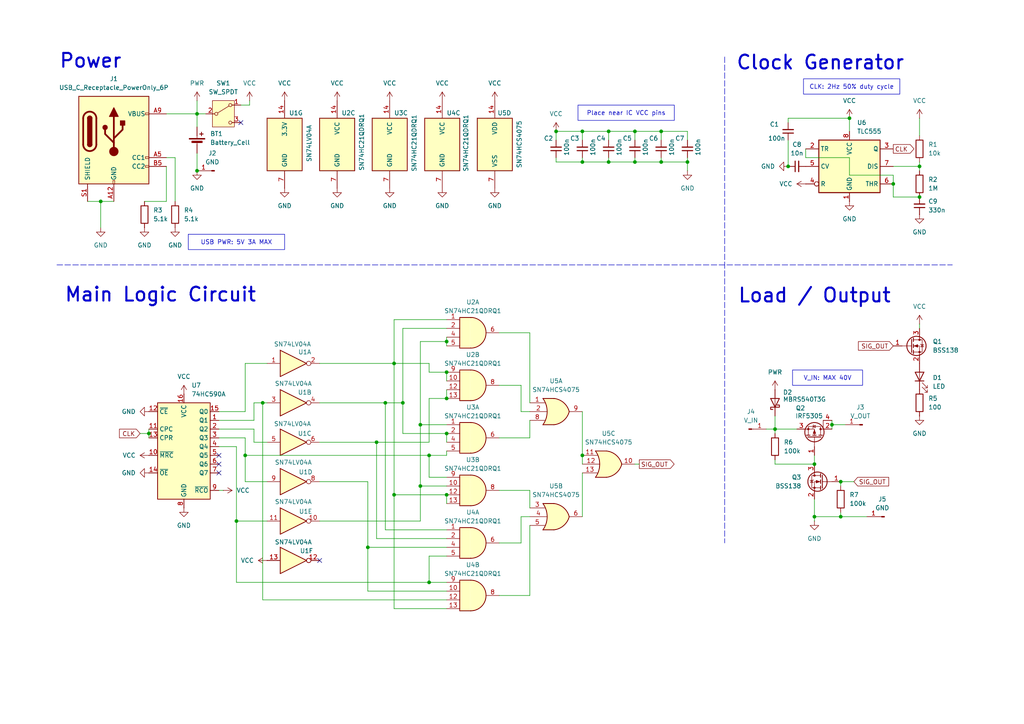
<source format=kicad_sch>
(kicad_sch (version 20231120) (generator "eeschema") (generator_version "8.0")
  (paper "A4")
  (title_block (title "SOS business card") (date "2024-05-12") (rev "A") (company "Martynas J."))
  (lib_symbols
    (symbol "4xxx:4075" (pin_names (offset 1.016))
      (property "Reference" "U" (at 0 1.27 0))
      (property "Value" "4075" (at 0 -1.27 0))
      (symbol "4075_1_1"
        (pin input line (at -7.62 2.54 0) (length 4.318) (name "~") (number "1"))
        (pin input line (at -7.62 0 0) (length 4.953) (name "~") (number "2"))
        (pin input line (at -7.62 -2.54 0) (length 4.318) (name "~") (number "8"))
        (pin output line (at 7.62 0 180) (length 3.81) (name "~") (number "9"))
      )
      (symbol "4075_1_2"
        (pin input inverted (at -7.62 2.54 0) (length 3.81) (name "~") (number "1"))
        (pin input inverted (at -7.62 0 0) (length 3.81) (name "~") (number "2"))
        (pin input inverted (at -7.62 -2.54 0) (length 3.81) (name "~") (number "8"))
        (pin output inverted (at 7.62 0 180) (length 3.81) (name "~") (number "9"))
      )
      (symbol "4075_2_1"
        (pin input line (at -7.62 2.54 0) (length 4.318) (name "~") (number "3"))
        (pin input line (at -7.62 0 0) (length 4.953) (name "~") (number "4"))
        (pin input line (at -7.62 -2.54 0) (length 4.318) (name "~") (number "5"))
        (pin output line (at 7.62 0 180) (length 3.81) (name "~") (number "6"))
      )
      (symbol "4075_2_2"
        (pin input inverted (at -7.62 2.54 0) (length 3.81) (name "~") (number "3"))
        (pin input inverted (at -7.62 0 0) (length 3.81) (name "~") (number "4"))
        (pin input inverted (at -7.62 -2.54 0) (length 3.81) (name "~") (number "5"))
        (pin output inverted (at 7.62 0 180) (length 3.81) (name "~") (number "6"))
      )
      (symbol "4075_3_1"
        (pin output line (at 7.62 0 180) (length 3.81) (name "~") (number "10"))
        (pin input line (at -7.62 2.54 0) (length 4.318) (name "~") (number "11"))
        (pin input line (at -7.62 0 0) (length 4.953) (name "~") (number "12"))
        (pin input line (at -7.62 -2.54 0) (length 4.318) (name "~") (number "13"))
      )
      (symbol "4075_3_2"
        (pin output inverted (at 7.62 0 180) (length 3.81) (name "~") (number "10"))
        (pin input inverted (at -7.62 2.54 0) (length 3.81) (name "~") (number "11"))
        (pin input inverted (at -7.62 0 0) (length 3.81) (name "~") (number "12"))
        (pin input inverted (at -7.62 -2.54 0) (length 3.81) (name "~") (number "13"))
      )
      (symbol "4075_4_0"
        (pin power_in line (at 0 12.7 270) (length 5.08) (name "VDD") (number "14"))
        (pin power_in line (at 0 -12.7 90) (length 5.08) (name "VSS") (number "7"))
      )
    )
    (symbol "74xx:74HC590A"
      (property "Reference" "U" (at -7.62 16.51 0))
      (property "Value" "74HC590A" (at -7.62 -13.97 0))
      (symbol "74HC590A_1_0"
        (pin tri_state line (at 10.16 10.16 180) (length 2.54) (name "Q1") (number "1"))
        (pin input line (at -10.16 0 0) (length 2.54) (name "~{MRC}") (number "10"))
        (pin input line (at -10.16 7.62 0) (length 2.54) (name "CPC") (number "11"))
        (pin input line (at -10.16 12.7 0) (length 2.54) (name "~{CE}") (number "12"))
        (pin input line (at -10.16 5.08 0) (length 2.54) (name "CPR") (number "13"))
        (pin input line (at -10.16 -5.08 0) (length 2.54) (name "~{OE}") (number "14"))
        (pin tri_state line (at 10.16 12.7 180) (length 2.54) (name "Q0") (number "15"))
        (pin power_in line (at 0 17.78 270) (length 2.54) (name "VCC") (number "16"))
        (pin tri_state line (at 10.16 7.62 180) (length 2.54) (name "Q2") (number "2"))
        (pin tri_state line (at 10.16 5.08 180) (length 2.54) (name "Q3") (number "3"))
        (pin tri_state line (at 10.16 2.54 180) (length 2.54) (name "Q4") (number "4"))
        (pin tri_state line (at 10.16 0 180) (length 2.54) (name "Q5") (number "5"))
        (pin tri_state line (at 10.16 -2.54 180) (length 2.54) (name "Q6") (number "6"))
        (pin tri_state line (at 10.16 -5.08 180) (length 2.54) (name "Q7") (number "7"))
        (pin power_in line (at 0 -15.24 90) (length 2.54) (name "GND") (number "8"))
        (pin output line (at 10.16 -10.16 180) (length 2.54) (name "~{RCO}") (number "9"))
      )
    )
    (symbol "74xx:74LS21" (pin_names (offset 1.016))
      (property "Reference" "U" (at 0 1.27 0))
      (property "Value" "74LS21" (at 0 -1.27 0))
      (symbol "74LS21_1_1"
        (pin input line (at -7.62 3.81 0) (length 3.81) (name "~") (number "1"))
        (pin input line (at -7.62 1.27 0) (length 3.81) (name "~") (number "2"))
        (pin input line (at -7.62 -1.27 0) (length 3.81) (name "~") (number "4"))
        (pin input line (at -7.62 -3.81 0) (length 3.81) (name "~") (number "5"))
        (pin output line (at 7.62 0 180) (length 3.81) (name "~") (number "6"))
      )
      (symbol "74LS21_1_2"
        (pin input inverted (at -7.62 3.81 0) (length 3.81) (name "~") (number "1"))
        (pin input inverted (at -7.62 1.27 0) (length 4.826) (name "~") (number "2"))
        (pin input inverted (at -7.62 -1.27 0) (length 4.826) (name "~") (number "4"))
        (pin input inverted (at -7.62 -3.81 0) (length 3.81) (name "~") (number "5"))
        (pin output inverted (at 7.62 0 180) (length 3.81) (name "~") (number "6"))
      )
      (symbol "74LS21_2_1"
        (pin input line (at -7.62 1.27 0) (length 3.81) (name "~") (number "10"))
        (pin input line (at -7.62 -1.27 0) (length 3.81) (name "~") (number "12"))
        (pin input line (at -7.62 -3.81 0) (length 3.81) (name "~") (number "13"))
        (pin output line (at 7.62 0 180) (length 3.81) (name "~") (number "8"))
        (pin input line (at -7.62 3.81 0) (length 3.81) (name "~") (number "9"))
      )
      (symbol "74LS21_2_2"
        (pin input inverted (at -7.62 1.27 0) (length 4.826) (name "~") (number "10"))
        (pin input inverted (at -7.62 -1.27 0) (length 4.826) (name "~") (number "12"))
        (pin input inverted (at -7.62 -3.81 0) (length 3.81) (name "~") (number "13"))
        (pin output inverted (at 7.62 0 180) (length 3.81) (name "~") (number "8"))
        (pin input inverted (at -7.62 3.81 0) (length 3.81) (name "~") (number "9"))
      )
      (symbol "74LS21_3_0"
        (pin power_in line (at 0 12.7 270) (length 5.08) (name "VCC") (number "14"))
        (pin power_in line (at 0 -12.7 90) (length 5.08) (name "GND") (number "7"))
      )
    )
    (symbol "74xx:74LV14" (pin_names (offset 1.016))
      (property "Reference" "U" (at 0 1.27 0))
      (property "Value" "74LV14" (at 0 -1.27 0))
      (symbol "74LV14_1_0"
        (pin input line (at -7.62 0 0) (length 3.81) (name "~") (number "1"))
        (pin output inverted (at 7.62 0 180) (length 3.81) (name "~") (number "2"))
      )
      (symbol "74LV14_2_0"
        (pin input line (at -7.62 0 0) (length 3.81) (name "~") (number "3"))
        (pin output inverted (at 7.62 0 180) (length 3.81) (name "~") (number "4"))
      )
      (symbol "74LV14_3_0"
        (pin input line (at -7.62 0 0) (length 3.81) (name "~") (number "5"))
        (pin output inverted (at 7.62 0 180) (length 3.81) (name "~") (number "6"))
      )
      (symbol "74LV14_4_0"
        (pin output inverted (at 7.62 0 180) (length 3.81) (name "~") (number "8"))
        (pin input line (at -7.62 0 0) (length 3.81) (name "~") (number "9"))
      )
      (symbol "74LV14_5_0"
        (pin output inverted (at 7.62 0 180) (length 3.81) (name "~") (number "10"))
        (pin input line (at -7.62 0 0) (length 3.81) (name "~") (number "11"))
      )
      (symbol "74LV14_6_0"
        (pin output inverted (at 7.62 0 180) (length 3.81) (name "~") (number "12"))
        (pin input line (at -7.62 0 0) (length 3.81) (name "~") (number "13"))
      )
      (symbol "74LV14_7_0"
        (pin power_in line (at 0 12.7 270) (length 5.08) (name "3.3V") (number "14"))
        (pin power_in line (at 0 -12.7 90) (length 5.08) (name "GND") (number "7"))
      )
    )
    (symbol "Connector:Conn_01x01_Pin" (pin_names (offset 1.016) hide)
      (property "Reference" "J" (at 0 2.54 0))
      (property "Value" "Conn_01x01_Pin" (at 0 -2.54 0))
      (symbol "Conn_01x01_Pin_1_1"
        (pin passive line (at 5.08 0 180) (length 3.81) (name "Pin_1") (number "1"))
      )
    )
    (symbol "Connector:USB_C_Receptacle_PowerOnly_6P" (pin_names (offset 1.016))
      (property "Reference" "J" (at 0 16.51 0))
      (property "Value" "USB_C_Receptacle_PowerOnly_6P" (at 0 13.97 0))
      (symbol "USB_C_Receptacle_PowerOnly_6P_1_1"
        (pin passive line (at 0 -17.78 90) (length 5.08) (name "GND") (number "A12"))
        (pin bidirectional line (at 15.24 -5.08 180) (length 5.08) (name "CC1") (number "A5"))
        (pin passive line (at 15.24 7.62 180) (length 5.08) (name "VBUS") (number "A9"))
        (pin passive line (at 0 -17.78 90) (length 5.08) hide (name "GND") (number "B12"))
        (pin bidirectional line (at 15.24 -7.62 180) (length 5.08) (name "CC2") (number "B5"))
        (pin passive line (at 15.24 7.62 180) (length 5.08) hide (name "VBUS") (number "B9"))
        (pin passive line (at -7.62 -17.78 90) (length 5.08) (name "SHIELD") (number "S1"))
      )
    )
    (symbol "Device:Battery_Cell" (pin_numbers hide) (pin_names (offset 0) hide)
      (property "Reference" "BT" (at 2.54 2.54 0))
      (property "Value" "Battery_Cell" (at 2.54 0 0))
      (symbol "Battery_Cell_1_1"
        (pin passive line (at 0 5.08 270) (length 2.54) (name "+") (number "1"))
        (pin passive line (at 0 -2.54 90) (length 2.54) (name "-") (number "2"))
      )
    )
    (symbol "Device:C_Small" (pin_numbers hide) (pin_names (offset 0.254) hide)
      (property "Reference" "C" (at 0.254 1.778 0))
      (property "Value" "C_Small" (at 0.254 -2.032 0))
      (symbol "C_Small_1_1"
        (pin passive line (at 0 2.54 270) (length 2.032) (name "~") (number "1"))
        (pin passive line (at 0 -2.54 90) (length 2.032) (name "~") (number "2"))
      )
    )
    (symbol "Device:LED" (pin_numbers hide) (pin_names (offset 1.016) hide)
      (property "Reference" "D" (at 0 2.54 0))
      (property "Value" "LED" (at 0 -2.54 0))
      (symbol "LED_1_1"
        (pin passive line (at -3.81 0 0) (length 2.54) (name "K") (number "1"))
        (pin passive line (at 3.81 0 180) (length 2.54) (name "A") (number "2"))
      )
    )
    (symbol "Device:Q_PMOS_GDSD" (pin_names (offset 0) hide)
      (property "Reference" "Q" (at 5.08 1.27 0))
      (property "Value" "Q_PMOS_GDSD" (at 5.08 -1.27 0))
      (symbol "Q_PMOS_GDSD_1_1"
        (pin input line (at -5.08 0 0) (length 2.54) (name "G") (number "1"))
        (pin passive line (at 2.54 5.08 270) (length 2.54) (name "D") (number "2"))
        (pin passive line (at 2.54 -5.08 90) (length 2.54) (name "S") (number "3"))
        (pin passive line (at 5.08 5.08 270) (length 2.54) (name "D") (number "4"))
      )
    )
    (symbol "Device:R" (pin_numbers hide) (pin_names (offset 0))
      (property "Reference" "R" (at 2.032 0 90))
      (property "Value" "R" (at 0 0 90))
      (symbol "R_1_1"
        (pin passive line (at 0 3.81 270) (length 1.27) (name "~") (number "1"))
        (pin passive line (at 0 -3.81 90) (length 1.27) (name "~") (number "2"))
      )
    )
    (symbol "Diode:MBRA340" (pin_numbers hide) (pin_names hide)
      (property "Reference" "D" (at 0 2.54 0))
      (property "Value" "MBRA340" (at 0 -2.54 0))
      (symbol "MBRA340_1_1"
        (pin passive line (at -3.81 0 0) (length 2.54) (name "K") (number "1"))
        (pin passive line (at 3.81 0 180) (length 2.54) (name "A") (number "2"))
      )
    )
    (symbol "Switch:SW_SPDT" (pin_names (offset 0) hide)
      (property "Reference" "SW" (at 0 5.08 0))
      (property "Value" "SW_SPDT" (at 0 -5.08 0))
      (symbol "SW_SPDT_1_1"
        (pin passive line (at 5.08 2.54 180) (length 2.54) (name "A") (number "1"))
        (pin passive line (at -5.08 0 0) (length 2.54) (name "B") (number "2"))
        (pin passive line (at 5.08 -2.54 180) (length 2.54) (name "C") (number "3"))
      )
    )
    (symbol "Timer:TLC555xD"
      (property "Reference" "U" (at -10.16 8.89 0))
      (property "Value" "TLC555xD" (at 2.54 8.89 0))
      (symbol "TLC555xD_0_0"
        (pin power_in line (at 0 -10.16 90) (length 2.54) (name "GND") (number "1"))
        (pin power_in line (at 0 10.16 270) (length 2.54) (name "VCC") (number "8"))
      )
      (symbol "TLC555xD_1_1"
        (pin input line (at -12.7 5.08 0) (length 3.81) (name "TR") (number "2"))
        (pin output line (at 12.7 5.08 180) (length 3.81) (name "Q") (number "3"))
        (pin input inverted (at -12.7 -5.08 0) (length 3.81) (name "R") (number "4"))
        (pin input line (at -12.7 0 0) (length 3.81) (name "CV") (number "5"))
        (pin input line (at 12.7 -5.08 180) (length 3.81) (name "THR") (number "6"))
        (pin input line (at 12.7 0 180) (length 3.81) (name "DIS") (number "7"))
      )
    )
    (symbol "Transistor_FET:BSS138" (pin_names hide)
      (property "Reference" "Q" (at 5.08 1.905 0))
      (property "Value" "BSS138" (at 5.08 0 0))
      (symbol "BSS138_1_1"
        (pin input line (at -5.08 0 0) (length 2.54) (name "G") (number "1"))
        (pin passive line (at 2.54 -5.08 90) (length 2.54) (name "S") (number "2"))
        (pin passive line (at 2.54 5.08 270) (length 2.54) (name "D") (number "3"))
      )
    )
    (symbol "power:GND" (power) (pin_numbers hide) (pin_names (offset 0) hide)
      (property "Value" "GND" (at 0 -3.81 0))
      (symbol "GND_1_1"
        (pin power_in line (at 0 0 270) (length 0) (name "~") (number "1"))
      )
    )
    (symbol "power:VCC" (power) (pin_numbers hide) (pin_names (offset 0) hide)
      (property "Value" "VCC" (at 0 3.556 0))
      (symbol "VCC_1_1"
        (pin power_in line (at 0 0 90) (length 0) (name "~") (number "1"))
      )
    )
  )
  (junction (at 184.15 46.99))
  (junction (at 129.54 125.73))
  (junction (at 191.77 46.99))
  (junction (at 224.79 124.46))
  (junction (at 121.92 140.97))
  (junction (at 129.54 143.51))
  (junction (at 184.15 38.1))
  (junction (at 109.22 128.27))
  (junction (at 266.7 48.26))
  (junction (at 168.91 46.99))
  (junction (at 124.46 168.91))
  (junction (at 114.3 105.41))
  (junction (at 236.22 149.86))
  (junction (at 168.91 132.08))
  (junction (at 76.2 116.84))
  (junction (at 228.6 48.26))
  (junction (at 57.15 33.02))
  (junction (at 124.46 132.08))
  (junction (at 114.3 143.51))
  (junction (at 191.77 38.1))
  (junction (at 43.18 125.73))
  (junction (at 129.54 115.57))
  (junction (at 243.84 149.86))
  (junction (at 241.3 123.19))
  (junction (at 199.39 46.99))
  (junction (at 176.53 46.99))
  (junction (at 129.54 99.06))
  (junction (at 116.84 116.84))
  (junction (at 266.7 57.15))
  (junction (at 161.29 38.1))
  (junction (at 121.92 123.19))
  (junction (at 259.08 53.34))
  (junction (at 236.22 134.62))
  (junction (at 106.68 158.75))
  (junction (at 57.15 49.53))
  (junction (at 129.54 107.95))
  (junction (at 111.76 116.84))
  (junction (at 243.84 139.7))
  (junction (at 168.91 38.1))
  (junction (at 68.58 151.13))
  (junction (at 176.53 38.1))
  (junction (at 71.12 132.08))
  (junction (at 246.38 34.29))
  (junction (at 29.21 58.42))
  (no_connect (at 63.5 134.62))
  (no_connect (at 92.71 162.56))
  (no_connect (at 69.85 35.56))
  (no_connect (at 63.5 132.08))
  (no_connect (at 63.5 137.16))
  (wire (pts (xy 29.21 58.42) (xy 33.02 58.42)))
  (wire (pts (xy 176.53 38.1) (xy 168.91 38.1)))
  (wire (pts (xy 57.15 36.83) (xy 57.15 33.02)))
  (wire (pts (xy 129.54 125.73) (xy 129.54 128.27)))
  (wire (pts (xy 259.08 50.8) (xy 259.08 53.34)))
  (wire (pts (xy 161.29 38.1) (xy 161.29 40.64)))
  (wire (pts (xy 129.54 168.91) (xy 124.46 168.91)))
  (wire (pts (xy 144.78 127) (xy 153.67 127)))
  (wire (pts (xy 68.58 168.91) (xy 124.46 168.91)))
  (wire (pts (xy 224.79 134.62) (xy 236.22 134.62)))
  (wire (pts (xy 191.77 45.72) (xy 191.77 46.99)))
  (wire (pts (xy 129.54 132.08) (xy 129.54 130.81)))
  (wire (pts (xy 176.53 46.99) (xy 184.15 46.99)))
  (wire (pts (xy 246.38 45.72) (xy 246.38 50.8)))
  (wire (pts (xy 40.64 125.73) (xy 43.18 125.73)))
  (wire (pts (xy 184.15 46.99) (xy 184.15 45.72)))
  (wire (pts (xy 151.13 149.86) (xy 153.67 149.86)))
  (wire (pts (xy 151.13 119.38) (xy 153.67 119.38)))
  (wire (pts (xy 266.7 48.26) (xy 266.7 49.53)))
  (wire (pts (xy 243.84 139.7) (xy 243.84 140.97)))
  (wire (pts (xy 236.22 144.78) (xy 236.22 149.86)))
  (wire (pts (xy 246.38 50.8) (xy 259.08 50.8)))
  (wire (pts (xy 243.84 149.86) (xy 243.84 148.59)))
  (wire (pts (xy 191.77 46.99) (xy 184.15 46.99)))
  (wire (pts (xy 153.67 96.52) (xy 153.67 116.84)))
  (wire (pts (xy 109.22 128.27) (xy 109.22 156.21)))
  (wire (pts (xy 73.66 128.27) (xy 77.47 128.27)))
  (wire (pts (xy 124.46 132.08) (xy 129.54 132.08)))
  (wire (pts (xy 109.22 128.27) (xy 124.46 128.27)))
  (wire (pts (xy 63.5 129.54) (xy 68.58 129.54)))
  (wire (pts (xy 114.3 143.51) (xy 114.3 105.41)))
  (wire (pts (xy 63.5 142.24) (xy 64.77 142.24)))
  (wire (pts (xy 106.68 171.45) (xy 106.68 158.75)))
  (wire (pts (xy 129.54 173.99) (xy 76.2 173.99)))
  (wire (pts (xy 184.15 38.1) (xy 176.53 38.1)))
  (wire (pts (xy 124.46 115.57) (xy 129.54 115.57)))
  (wire (pts (xy 124.46 168.91) (xy 124.46 161.29)))
  (wire (pts (xy 236.22 151.13) (xy 236.22 149.86)))
  (wire (pts (xy 224.79 134.62) (xy 224.79 133.35)))
  (wire (pts (xy 151.13 157.48) (xy 151.13 149.86)))
  (wire (pts (xy 68.58 151.13) (xy 77.47 151.13)))
  (wire (pts (xy 153.67 127) (xy 153.67 121.92)))
  (wire (pts (xy 199.39 38.1) (xy 199.39 40.64)))
  (wire (pts (xy 246.38 34.29) (xy 246.38 38.1)))
  (wire (pts (xy 224.79 124.46) (xy 231.14 124.46)))
  (wire (pts (xy 144.78 96.52) (xy 153.67 96.52)))
  (wire (pts (xy 266.7 46.99) (xy 266.7 48.26)))
  (wire (pts (xy 121.92 123.19) (xy 129.54 123.19)))
  (wire (pts (xy 168.91 38.1) (xy 168.91 40.64)))
  (polyline (pts (xy 210.185 76.2) (xy 210.185 157.48)) (stroke (width 0) (type dash)))
  (wire (pts (xy 184.15 38.1) (xy 191.77 38.1)))
  (wire (pts (xy 176.53 38.1) (xy 176.53 40.64)))
  (wire (pts (xy 114.3 92.71) (xy 129.54 92.71)))
  (wire (pts (xy 129.54 176.53) (xy 114.3 176.53)))
  (wire (pts (xy 144.78 157.48) (xy 151.13 157.48)))
  (wire (pts (xy 233.68 43.18) (xy 233.68 45.72)))
  (wire (pts (xy 259.08 53.34) (xy 259.08 57.15)))
  (wire (pts (xy 92.71 128.27) (xy 109.22 128.27)))
  (wire (pts (xy 266.7 34.29) (xy 266.7 39.37)))
  (wire (pts (xy 191.77 46.99) (xy 199.39 46.99)))
  (wire (pts (xy 50.8 45.72) (xy 48.26 45.72)))
  (wire (pts (xy 48.26 33.02) (xy 57.15 33.02)))
  (wire (pts (xy 228.6 40.64) (xy 228.6 48.26)))
  (wire (pts (xy 71.12 139.7) (xy 77.47 139.7)))
  (wire (pts (xy 48.26 58.42) (xy 48.26 48.26)))
  (wire (pts (xy 116.84 95.25) (xy 116.84 116.84)))
  (wire (pts (xy 63.5 119.38) (xy 71.12 119.38)))
  (wire (pts (xy 224.79 120.65) (xy 224.79 124.46)))
  (wire (pts (xy 241.3 121.92) (xy 241.3 123.19)))
  (wire (pts (xy 236.22 149.86) (xy 243.84 149.86)))
  (wire (pts (xy 71.12 132.08) (xy 71.12 139.7)))
  (wire (pts (xy 25.4 58.42) (xy 29.21 58.42)))
  (wire (pts (xy 144.78 172.72) (xy 153.67 172.72)))
  (wire (pts (xy 116.84 116.84) (xy 111.76 116.84)))
  (wire (pts (xy 114.3 176.53) (xy 114.3 143.51)))
  (wire (pts (xy 71.12 119.38) (xy 71.12 105.41)))
  (wire (pts (xy 57.15 33.02) (xy 59.69 33.02)))
  (wire (pts (xy 111.76 153.67) (xy 111.76 116.84)))
  (wire (pts (xy 191.77 38.1) (xy 191.77 40.64)))
  (wire (pts (xy 184.15 134.62) (xy 185.42 134.62)))
  (wire (pts (xy 241.3 123.19) (xy 245.11 123.19)))
  (wire (pts (xy 129.54 113.03) (xy 129.54 115.57)))
  (wire (pts (xy 111.76 116.84) (xy 92.71 116.84)))
  (wire (pts (xy 43.18 125.73) (xy 43.18 127)))
  (wire (pts (xy 29.21 66.04) (xy 29.21 58.42)))
  (wire (pts (xy 184.15 40.64) (xy 184.15 38.1)))
  (wire (pts (xy 106.68 139.7) (xy 106.68 158.75)))
  (wire (pts (xy 266.7 95.25) (xy 266.7 93.98)))
  (wire (pts (xy 151.13 111.76) (xy 151.13 119.38)))
  (wire (pts (xy 124.46 161.29) (xy 129.54 161.29)))
  (wire (pts (xy 129.54 97.79) (xy 129.54 99.06)))
  (wire (pts (xy 259.08 57.15) (xy 266.7 57.15)))
  (wire (pts (xy 114.3 105.41) (xy 114.3 92.71)))
  (wire (pts (xy 121.92 151.13) (xy 92.71 151.13)))
  (wire (pts (xy 63.5 124.46) (xy 73.66 124.46)))
  (wire (pts (xy 129.54 125.73) (xy 116.84 125.73)))
  (wire (pts (xy 124.46 107.95) (xy 124.46 105.41)))
  (wire (pts (xy 71.12 132.08) (xy 124.46 132.08)))
  (wire (pts (xy 241.3 123.19) (xy 241.3 124.46)))
  (wire (pts (xy 71.12 127) (xy 71.12 132.08)))
  (wire (pts (xy 233.68 45.72) (xy 246.38 45.72)))
  (wire (pts (xy 243.84 149.86) (xy 251.46 149.86)))
  (wire (pts (xy 124.46 138.43) (xy 124.46 132.08)))
  (wire (pts (xy 73.66 116.84) (xy 76.2 116.84)))
  (wire (pts (xy 68.58 151.13) (xy 68.58 168.91)))
  (wire (pts (xy 144.78 142.24) (xy 153.67 142.24)))
  (wire (pts (xy 124.46 128.27) (xy 124.46 115.57)))
  (wire (pts (xy 121.92 140.97) (xy 121.92 151.13)))
  (wire (pts (xy 76.2 116.84) (xy 77.47 116.84)))
  (wire (pts (xy 228.6 35.56) (xy 228.6 34.29)))
  (wire (pts (xy 168.91 132.08) (xy 168.91 134.62)))
  (wire (pts (xy 236.22 132.08) (xy 236.22 134.62)))
  (wire (pts (xy 76.2 173.99) (xy 76.2 116.84)))
  (wire (pts (xy 199.39 46.99) (xy 199.39 49.53)))
  (wire (pts (xy 73.66 121.92) (xy 73.66 116.84)))
  (wire (pts (xy 129.54 143.51) (xy 129.54 146.05)))
  (wire (pts (xy 176.53 45.72) (xy 176.53 46.99)))
  (wire (pts (xy 73.66 124.46) (xy 73.66 128.27)))
  (wire (pts (xy 41.91 58.42) (xy 48.26 58.42)))
  (wire (pts (xy 129.54 143.51) (xy 114.3 143.51)))
  (wire (pts (xy 199.39 45.72) (xy 199.39 46.99)))
  (wire (pts (xy 92.71 105.41) (xy 114.3 105.41)))
  (wire (pts (xy 153.67 172.72) (xy 153.67 152.4)))
  (wire (pts (xy 43.18 124.46) (xy 43.18 125.73)))
  (wire (pts (xy 224.79 125.73) (xy 224.79 124.46)))
  (wire (pts (xy 121.92 99.06) (xy 121.92 123.19)))
  (wire (pts (xy 92.71 139.7) (xy 106.68 139.7)))
  (wire (pts (xy 57.15 49.53) (xy 57.15 44.45)))
  (wire (pts (xy 228.6 34.29) (xy 246.38 34.29)))
  (wire (pts (xy 114.3 105.41) (xy 124.46 105.41)))
  (wire (pts (xy 63.5 121.92) (xy 73.66 121.92)))
  (wire (pts (xy 129.54 156.21) (xy 109.22 156.21)))
  (wire (pts (xy 199.39 38.1) (xy 191.77 38.1)))
  (wire (pts (xy 71.12 105.41) (xy 77.47 105.41)))
  (wire (pts (xy 168.91 46.99) (xy 176.53 46.99)))
  (wire (pts (xy 129.54 107.95) (xy 124.46 107.95)))
  (wire (pts (xy 168.91 45.72) (xy 168.91 46.99)))
  (wire (pts (xy 168.91 119.38) (xy 168.91 132.08)))
  (wire (pts (xy 106.68 158.75) (xy 129.54 158.75)))
  (polyline (pts (xy 16.51 76.835) (xy 276.225 76.835)) (stroke (width 0) (type dash)))
  (wire (pts (xy 121.92 140.97) (xy 129.54 140.97)))
  (wire (pts (xy 259.08 48.26) (xy 266.7 48.26)))
  (wire (pts (xy 129.54 99.06) (xy 129.54 100.33)))
  (wire (pts (xy 153.67 142.24) (xy 153.67 147.32)))
  (wire (pts (xy 222.25 124.46) (xy 224.79 124.46)))
  (wire (pts (xy 121.92 123.19) (xy 121.92 140.97)))
  (wire (pts (xy 69.85 30.48) (xy 72.39 30.48)))
  (polyline (pts (xy 210.185 16.51) (xy 210.185 76.2)) (stroke (width 0) (type dash)))
  (wire (pts (xy 68.58 129.54) (xy 68.58 151.13)))
  (wire (pts (xy 144.78 111.76) (xy 151.13 111.76)))
  (wire (pts (xy 121.92 99.06) (xy 129.54 99.06)))
  (wire (pts (xy 129.54 171.45) (xy 106.68 171.45)))
  (wire (pts (xy 129.54 153.67) (xy 111.76 153.67)))
  (wire (pts (xy 168.91 38.1) (xy 161.29 38.1)))
  (wire (pts (xy 129.54 138.43) (xy 124.46 138.43)))
  (wire (pts (xy 72.39 30.48) (xy 72.39 29.21)))
  (wire (pts (xy 116.84 116.84) (xy 116.84 125.73)))
  (wire (pts (xy 50.8 58.42) (xy 50.8 45.72)))
  (wire (pts (xy 57.15 29.21) (xy 57.15 33.02)))
  (wire (pts (xy 161.29 46.99) (xy 168.91 46.99)))
  (wire (pts (xy 161.29 45.72) (xy 161.29 46.99)))
  (wire (pts (xy 129.54 107.95) (xy 129.54 110.49)))
  (wire (pts (xy 247.65 139.7) (xy 243.84 139.7)))
  (wire (pts (xy 63.5 127) (xy 71.12 127)))
  (wire (pts (xy 116.84 95.25) (xy 129.54 95.25)))
  (wire (pts (xy 168.91 137.16) (xy 168.91 149.86)))
  (text_box "V_IN: MAX 40V " (at 229.87 107.315 0) (size 20.32 4.445) (effects (font (size 1.27 1.27))))
  (text_box "CLK: 2Hz 50% duty cycle" (at 233.045 22.86 0) (size 27.94 4.445) (effects (font (size 1.27 1.27))))
  (text_box "Place near IC VCC pins" (at 167.64 30.48 0) (size 27.94 4.445) (effects (font (size 1.27 1.27))))
  (text_box "USB PWR: 5V 3A MAX" (at 54.61 67.945 0) (size 27.94 4.445) (effects (font (size 1.27 1.27))))
  (text "Main Logic Circuit" (at 18.542 85.598 0) (effects (font (size 4 4) (thickness 0.6) (bold yes)) (justify left)))
  (text "Clock Generator" (at 213.36 18.288 0) (effects (font (size 4 4) (thickness 0.6) (bold yes)) (justify left)))
  (text "Power" (at 17.018 17.78 0) (effects (font (size 4 4) (thickness 0.6) (bold yes)) (justify left)))
  (text "Load / Output" (at 213.868 85.852 0) (effects (font (size 4 4) (thickness 0.6) (bold yes)) (justify left)))
  (global_label "SIG_OUT" (shape input) (at 247.65 139.7 0) (property "Intersheetrefs" "${INTERSHEET_REFS}" (effects (hide yes))))
  (global_label "CLK" (shape output) (at 259.08 43.18 0) (property "Intersheetrefs" "${INTERSHEET_REFS}" (effects (hide yes))))
  (global_label "CLK" (shape input) (at 40.64 125.73 180) (property "Intersheetrefs" "${INTERSHEET_REFS}" (effects (hide yes))))
  (global_label "SIG_OUT" (shape output) (at 185.42 134.62 0) (property "Intersheetrefs" "${INTERSHEET_REFS}" (effects (hide yes))))
  (global_label "SIG_OUT" (shape input) (at 259.08 100.33 180) (property "Intersheetrefs" "${INTERSHEET_REFS}" (effects (hide yes))))
  (symbol (lib_id "power:GND") (at 43.18 137.16 270) (unit 1)
    (property "Reference" "#PWR030" (effects (hide yes)))
    (property "Value" "GND" (at 39.37 137.1599 90) (effects (justify right)))
    (property "Description" "Power symbol creates a global label with name \"GND\" , ground" (effects (hide yes)))
  )
  (symbol (lib_id "74xx:74HC590A") (at 53.34 132.08 0) (unit 1)
    (property "Reference" "U7" (at 55.5341 111.76 0) (effects (justify left)))
    (property "Value" "74HC590A" (at 55.5341 114.3 0) (effects (justify left)))
    (property "Footprint" "Package_SO:SOIC-16W_7.5x10.3mm_P1.27mm" (effects (hide yes)))
    (property "Datasheet" "http://www.ti.com/lit/ds/symlink/sn74hc590a.pdf" (effects (hide yes)))
    (property "Description" "8-bit Binary Counter with Output Register 3-State Outputs, DIP-16/SOIC-16/SOIC-16W" (effects (hide yes)))
  )
  (symbol (lib_id "Connector:Conn_01x01_Pin") (at 62.23 49.53 180) (unit 1)
    (property "Reference" "J2" (at 61.595 44.45 0))
    (property "Value" "GND" (at 61.595 46.99 0))
    (property "Footprint" "MountingHole:MountingHole_2.5mm_Pad_TopBottom" (effects (hide yes)))
    (property "Description" "Generic connector, single row, 01x01, script generated" (effects (hide yes)))
  )
  (symbol (lib_id "power:GND") (at 228.6 48.26 270) (unit 1)
    (property "Reference" "#PWR010" (effects (hide yes)))
    (property "Value" "GND" (at 224.79 48.2599 90) (effects (justify right)))
    (property "Description" "Power symbol creates a global label with name \"GND\" , ground" (effects (hide yes)))
  )
  (symbol (lib_id "Device:C_Small") (at 161.29 43.18 180) (unit 1)
    (property "Reference" "C2" (at 157.734 40.132 0) (effects (justify right)))
    (property "Value" "100n" (at 164.338 45.212 90) (effects (justify right)))
    (property "Footprint" "Capacitor_SMD:C_0805_2012Metric" (effects (hide yes)))
    (property "Description" "Unpolarized capacitor, small symbol" (effects (hide yes)))
  )
  (symbol (lib_id "4xxx:4075") (at 143.51 41.91 0) (unit 4)
    (property "Reference" "U5" (at 144.272 32.766 0) (effects (justify left)))
    (property "Value" "SN74HCS4075" (at 150.622 48.768 90) (effects (justify left)))
    (property "Footprint" "Package_SO:SOIC-14_3.9x8.7mm_P1.27mm" (effects (hide yes)))
    (property "Datasheet" "https://www.ti.com/cn/lit/ds/symlink/sn74hcs4075.pdf" (effects (hide yes)))
    (property "Description" "Triple Or 3 inputs" (effects (hide yes)))
  )
  (symbol (lib_id "Device:C_Small") (at 176.53 43.18 180) (unit 1)
    (property "Reference" "C4" (at 172.974 40.132 0) (effects (justify right)))
    (property "Value" "100n" (at 179.578 45.212 90) (effects (justify right)))
    (property "Footprint" "Capacitor_SMD:C_0805_2012Metric" (effects (hide yes)))
    (property "Description" "Unpolarized capacitor, small symbol" (effects (hide yes)))
  )
  (symbol (lib_id "power:VCC") (at 246.38 34.29 0) (unit 1)
    (property "Reference" "#PWR07" (effects (hide yes)))
    (property "Value" "VCC" (at 246.38 29.21 0))
    (property "Description" "Power symbol creates a global label with name \"VCC\"" (effects (hide yes)))
  )
  (symbol (lib_id "power:VCC") (at 97.79 29.21 0) (unit 1)
    (property "Reference" "#PWR03" (effects (hide yes)))
    (property "Value" "VCC" (at 97.79 24.13 0))
    (property "Description" "Power symbol creates a global label with name \"VCC\"" (effects (hide yes)))
  )
  (symbol (lib_id "4xxx:4075") (at 176.53 134.62 0) (unit 3)
    (property "Reference" "U5" (at 176.53 125.73 0))
    (property "Value" "SN74HCS4075" (at 176.53 128.27 0))
    (property "Footprint" "Package_SO:SOIC-14_3.9x8.7mm_P1.27mm" (effects (hide yes)))
    (property "Datasheet" "https://www.ti.com/cn/lit/ds/symlink/sn74hcs4075.pdf" (effects (hide yes)))
    (property "Description" "Triple Or 3 inputs" (effects (hide yes)))
  )
  (symbol (lib_id "74xx:74LS21") (at 128.27 41.91 0) (unit 3)
    (property "Reference" "U4" (at 129.54 32.766 0) (effects (justify left)))
    (property "Value" "SN74HC21QDRQ1" (at 135.128 49.784 90) (effects (justify left)))
    (property "Footprint" "Package_SO:SOIC-14_3.9x8.7mm_P1.27mm" (effects (hide yes)))
    (property "Datasheet" "https://www.ti.com/lit/ds/symlink/sn74hc21-q1.pdf" (effects (hide yes)))
    (property "Description" "Dual 4-input AND" (effects (hide yes)))
  )
  (symbol (lib_id "74xx:74LV14") (at 85.09 128.27 0) (unit 3)
    (property "Reference" "U1" (at 88.392 125.73 0))
    (property "Value" "SN74LV04A" (at 84.836 122.936 0))
    (property "Footprint" "Package_SO:SOIC-14_3.9x8.7mm_P1.27mm" (effects (hide yes)))
    (property "Datasheet" "http://www.ti.com/lit/gpn/sn74LV04a" (effects (hide yes)))
    (property "Description" "Hex Inverter" (effects (hide yes)))
  )
  (symbol (lib_id "power:GND") (at 143.51 54.61 0) (unit 1)
    (property "Reference" "#PWR018" (effects (hide yes)))
    (property "Value" "GND" (at 143.51 59.69 0))
    (property "Description" "Power symbol creates a global label with name \"GND\" , ground" (effects (hide yes)))
  )
  (symbol (lib_id "Transistor_FET:BSS138") (at 264.16 100.33 0) (unit 1)
    (property "Reference" "Q1" (at 270.51 99.0599 0) (effects (justify left)))
    (property "Value" "BSS138" (at 270.51 101.5999 0) (effects (justify left)))
    (property "Footprint" "Package_TO_SOT_SMD:SOT-23" (effects (hide yes)))
    (property "Datasheet" "https://www.onsemi.com/pub/Collateral/BSS138-D.PDF" (effects (hide yes)))
    (property "Description" "50V Vds, 0.22A Id, N-Channel MOSFET, SOT-23" (effects (hide yes)))
  )
  (symbol (lib_id "Device:C_Small") (at 184.15 43.18 180) (unit 1)
    (property "Reference" "C5" (at 180.594 40.132 0) (effects (justify right)))
    (property "Value" "100n" (at 187.198 45.212 90) (effects (justify right)))
    (property "Footprint" "Capacitor_SMD:C_0805_2012Metric" (effects (hide yes)))
    (property "Description" "Unpolarized capacitor, small symbol" (effects (hide yes)))
  )
  (symbol (lib_id "Device:R") (at 50.8 62.23 0) (unit 1)
    (property "Reference" "R4" (at 53.34 60.9599 0) (effects (justify left)))
    (property "Value" "5.1k" (at 53.34 63.4999 0) (effects (justify left)))
    (property "Footprint" "Resistor_SMD:R_0805_2012Metric" (effects (hide yes)))
    (property "Description" "Resistor" (effects (hide yes)))
  )
  (symbol (lib_id "74xx:74LS21") (at 137.16 127 0) (unit 1)
    (property "Reference" "U3" (at 137.1503 118.11 0))
    (property "Value" "SN74HC21QDRQ1" (at 137.1503 120.65 0))
    (property "Footprint" "Package_SO:SOIC-14_3.9x8.7mm_P1.27mm" (effects (hide yes)))
    (property "Datasheet" "https://www.ti.com/lit/ds/symlink/sn74hc21-q1.pdf" (effects (hide yes)))
    (property "Description" "Dual 4-input AND" (effects (hide yes)))
  )
  (symbol (lib_id "Device:C_Small") (at 228.6 38.1 180) (unit 1)
    (property "Reference" "C1" (at 223.266 36.068 0) (effects (justify right)))
    (property "Value" "100n" (at 222.758 40.132 0) (effects (justify right)))
    (property "Footprint" "Capacitor_SMD:C_0805_2012Metric" (effects (hide yes)))
    (property "Description" "Unpolarized capacitor, small symbol" (effects (hide yes)))
  )
  (symbol (lib_id "power:GND") (at 199.39 49.53 0) (unit 1)
    (property "Reference" "#PWR012" (effects (hide yes)))
    (property "Value" "GND" (at 199.39 54.61 0))
    (property "Description" "Power symbol creates a global label with name \"GND\" , ground" (effects (hide yes)))
  )
  (symbol (lib_id "power:GND") (at 97.79 54.61 0) (unit 1)
    (property "Reference" "#PWR015" (effects (hide yes)))
    (property "Value" "GND" (at 97.79 59.69 0))
    (property "Description" "Power symbol creates a global label with name \"GND\" , ground" (effects (hide yes)))
  )
  (symbol (lib_id "74xx:74LS21") (at 137.16 172.72 0) (unit 2)
    (property "Reference" "U4" (at 137.1503 163.83 0))
    (property "Value" "SN74HC21QDRQ1" (at 137.1503 166.37 0))
    (property "Footprint" "Package_SO:SOIC-14_3.9x8.7mm_P1.27mm" (effects (hide yes)))
    (property "Datasheet" "https://www.ti.com/lit/ds/symlink/sn74hc21-q1.pdf" (effects (hide yes)))
    (property "Description" "Dual 4-input AND" (effects (hide yes)))
  )
  (symbol (lib_id "74xx:74LV14") (at 85.09 116.84 0) (unit 2)
    (property "Reference" "U1" (at 88.392 113.792 0))
    (property "Value" "SN74LV04A" (at 85.09 111.252 0))
    (property "Footprint" "Package_SO:SOIC-14_3.9x8.7mm_P1.27mm" (effects (hide yes)))
    (property "Datasheet" "http://www.ti.com/lit/gpn/sn74LV04a" (effects (hide yes)))
    (property "Description" "Hex Inverter" (effects (hide yes)))
  )
  (symbol (lib_id "Device:C_Small") (at 266.7 59.69 180) (unit 1)
    (property "Reference" "C9" (at 269.24 58.4135 0) (effects (justify right)))
    (property "Value" "330n" (at 269.24 60.9535 0) (effects (justify right)))
    (property "Footprint" "Capacitor_SMD:C_0805_2012Metric" (effects (hide yes)))
    (property "Description" "Unpolarized capacitor, small symbol" (effects (hide yes)))
  )
  (symbol (lib_id "power:GND") (at 50.8 66.04 0) (unit 1)
    (property "Reference" "#PWR023" (effects (hide yes)))
    (property "Value" "GND" (at 50.8 71.12 0))
    (property "Description" "Power symbol creates a global label with name \"GND\" , ground" (effects (hide yes)))
  )
  (symbol (lib_id "power:GND") (at 53.34 147.32 0) (unit 1)
    (property "Reference" "#PWR032" (effects (hide yes)))
    (property "Value" "GND" (at 53.34 152.4 0))
    (property "Description" "Power symbol creates a global label with name \"GND\" , ground" (effects (hide yes)))
  )
  (symbol (lib_id "74xx:74LV14") (at 85.09 105.41 0) (unit 1)
    (property "Reference" "U1" (at 88.392 102.108 0))
    (property "Value" "SN74LV04A" (at 84.836 99.822 0))
    (property "Footprint" "Package_SO:SOIC-14_3.9x8.7mm_P1.27mm" (effects (hide yes)))
    (property "Datasheet" "http://www.ti.com/lit/gpn/sn74LV04a" (effects (hide yes)))
    (property "Description" "Hex Inverter" (effects (hide yes)))
  )
  (symbol (lib_id "Connector:Conn_01x01_Pin") (at 250.19 123.19 180) (unit 1)
    (property "Reference" "J3" (at 249.555 118.11 0))
    (property "Value" "V_OUT" (at 249.555 120.65 0))
    (property "Footprint" "MountingHole:MountingHole_2.5mm_Pad_TopBottom" (effects (hide yes)))
    (property "Description" "Generic connector, single row, 01x01, script generated" (effects (hide yes)))
  )
  (symbol (lib_id "power:GND") (at 246.38 58.42 0) (unit 1)
    (property "Reference" "#PWR019" (effects (hide yes)))
    (property "Value" "GND" (at 246.38 63.5 0))
    (property "Description" "Power symbol creates a global label with name \"GND\" , ground" (effects (hide yes)))
  )
  (symbol (lib_id "power:VCC") (at 224.79 113.03 0) (unit 1)
    (property "Reference" "#PWR025" (effects (hide yes)))
    (property "Value" "PWR" (at 224.79 107.95 0))
    (property "Description" "Power symbol creates a global label with name \"VCC\"" (effects (hide yes)))
  )
  (symbol (lib_id "power:GND") (at 266.7 120.65 0) (unit 1)
    (property "Reference" "#PWR028" (effects (hide yes)))
    (property "Value" "GND" (at 266.7 125.73 0))
    (property "Description" "Power symbol creates a global label with name \"GND\" , ground" (effects (hide yes)))
  )
  (symbol (lib_id "Device:R") (at 224.79 129.54 0) (unit 1)
    (property "Reference" "R6" (at 227.33 128.2699 0) (effects (justify left)))
    (property "Value" "100k" (at 227.33 130.8099 0) (effects (justify left)))
    (property "Footprint" "Resistor_SMD:R_0805_2012Metric" (effects (hide yes)))
    (property "Description" "Resistor" (effects (hide yes)))
  )
  (symbol (lib_id "Connector:Conn_01x01_Pin") (at 256.54 149.86 180) (unit 1)
    (property "Reference" "J5" (at 255.905 144.78 0))
    (property "Value" "GND" (at 255.905 147.32 0))
    (property "Footprint" "MountingHole:MountingHole_2.5mm_Pad_TopBottom" (effects (hide yes)))
    (property "Description" "Generic connector, single row, 01x01, script generated" (effects (hide yes)))
  )
  (symbol (lib_id "Device:C_Small") (at 199.39 43.18 180) (unit 1)
    (property "Reference" "C7" (at 195.834 40.132 0) (effects (justify right)))
    (property "Value" "100n" (at 202.438 45.212 90) (effects (justify right)))
    (property "Footprint" "Capacitor_SMD:C_0805_2012Metric" (effects (hide yes)))
    (property "Description" "Unpolarized capacitor, small symbol" (effects (hide yes)))
  )
  (symbol (lib_id "power:VCC") (at 128.27 29.21 0) (unit 1)
    (property "Reference" "#PWR05" (effects (hide yes)))
    (property "Value" "VCC" (at 128.27 24.13 0))
    (property "Description" "Power symbol creates a global label with name \"VCC\"" (effects (hide yes)))
  )
  (symbol (lib_id "74xx:74LS21") (at 97.79 41.91 0) (unit 3)
    (property "Reference" "U2" (at 99.06 32.766 0) (effects (justify left)))
    (property "Value" "SN74HC21QDRQ1" (at 104.902 49.53 90) (effects (justify left)))
    (property "Footprint" "Package_SO:SOIC-14_3.9x8.7mm_P1.27mm" (effects (hide yes)))
    (property "Datasheet" "https://www.ti.com/lit/ds/symlink/sn74hc21-q1.pdf" (effects (hide yes)))
    (property "Description" "Dual 4-input AND" (effects (hide yes)))
  )
  (symbol (lib_id "74xx:74LV14") (at 82.55 41.91 0) (unit 7)
    (property "Reference" "U1" (at 83.82 32.766 0) (effects (justify left)))
    (property "Value" "SN74LV04A" (at 89.662 46.99 90) (effects (justify left)))
    (property "Footprint" "Package_SO:SOIC-14_3.9x8.7mm_P1.27mm" (effects (hide yes)))
    (property "Datasheet" "http://www.ti.com/lit/gpn/sn74LV04a" (effects (hide yes)))
    (property "Description" "Hex Inverter" (effects (hide yes)))
  )
  (symbol (lib_id "74xx:74LV14") (at 85.09 151.13 0) (unit 5)
    (property "Reference" "U1" (at 88.646 148.336 0))
    (property "Value" "SN74LV04A" (at 85.09 145.542 0))
    (property "Footprint" "Package_SO:SOIC-14_3.9x8.7mm_P1.27mm" (effects (hide yes)))
    (property "Datasheet" "http://www.ti.com/lit/gpn/sn74LV04a" (effects (hide yes)))
    (property "Description" "Hex Inverter" (effects (hide yes)))
  )
  (symbol (lib_id "Device:R") (at 266.7 43.18 0) (unit 1)
    (property "Reference" "R1" (at 269.24 41.9099 0) (effects (justify left)))
    (property "Value" "10k" (at 269.24 44.4499 0) (effects (justify left)))
    (property "Footprint" "Resistor_SMD:R_0805_2012Metric" (effects (hide yes)))
    (property "Description" "Resistor" (effects (hide yes)))
  )
  (symbol (lib_id "74xx:74LS21") (at 137.16 96.52 0) (unit 1)
    (property "Reference" "U2" (at 137.1503 87.63 0))
    (property "Value" "SN74HC21QDRQ1" (at 137.1503 90.17 0))
    (property "Footprint" "Package_SO:SOIC-14_3.9x8.7mm_P1.27mm" (effects (hide yes)))
    (property "Datasheet" "https://www.ti.com/lit/ds/symlink/sn74hc21-q1.pdf" (effects (hide yes)))
    (property "Description" "Dual 4-input AND" (effects (hide yes)))
  )
  (symbol (lib_id "power:GND") (at 236.22 151.13 0) (unit 1)
    (property "Reference" "#PWR033" (effects (hide yes)))
    (property "Value" "GND" (at 236.22 156.21 0))
    (property "Description" "Power symbol creates a global label with name \"GND\" , ground" (effects (hide yes)))
  )
  (symbol (lib_id "power:VCC") (at 113.03 29.21 0) (unit 1)
    (property "Reference" "#PWR04" (effects (hide yes)))
    (property "Value" "VCC" (at 113.03 24.13 0))
    (property "Description" "Power symbol creates a global label with name \"VCC\"" (effects (hide yes)))
  )
  (symbol (lib_id "Device:Battery_Cell") (at 57.15 41.91 0) (unit 1)
    (property "Reference" "BT1" (at 60.96 38.7984 0) (effects (justify left)))
    (property "Value" "Battery_Cell" (at 60.96 41.3384 0) (effects (justify left)))
    (property "Footprint" "Battery:BatteryHolder_Keystone_3034_1x20mm" (effects (hide yes)))
    (property "Description" "Single-cell battery" (effects (hide yes)))
  )
  (symbol (lib_id "Device:R") (at 266.7 116.84 0) (unit 1)
    (property "Reference" "R5" (at 269.24 115.5699 0) (effects (justify left)))
    (property "Value" "100" (at 269.24 118.1099 0) (effects (justify left)))
    (property "Footprint" "Resistor_SMD:R_0805_2012Metric" (effects (hide yes)))
    (property "Description" "Resistor" (effects (hide yes)))
  )
  (symbol (lib_id "power:VCC") (at 161.29 38.1 0) (unit 1)
    (property "Reference" "#PWR09" (effects (hide yes)))
    (property "Value" "VCC" (at 161.29 33.02 0))
    (property "Description" "Power symbol creates a global label with name \"VCC\"" (effects (hide yes)))
  )
  (symbol (lib_id "4xxx:4075") (at 161.29 119.38 0) (unit 1)
    (property "Reference" "U5" (at 161.29 110.49 0))
    (property "Value" "SN74HCS4075" (at 161.29 113.03 0))
    (property "Footprint" "Package_SO:SOIC-14_3.9x8.7mm_P1.27mm" (effects (hide yes)))
    (property "Datasheet" "https://www.ti.com/cn/lit/ds/symlink/sn74hcs4075.pdf" (effects (hide yes)))
    (property "Description" "Triple Or 3 inputs" (effects (hide yes)))
  )
  (symbol (lib_id "power:GND") (at 82.55 54.61 0) (unit 1)
    (property "Reference" "#PWR014" (effects (hide yes)))
    (property "Value" "GND" (at 82.55 59.69 0))
    (property "Description" "Power symbol creates a global label with name \"GND\" , ground" (effects (hide yes)))
  )
  (symbol (lib_id "power:VCC") (at 233.68 53.34 90) (unit 1)
    (property "Reference" "#PWR013" (effects (hide yes)))
    (property "Value" "VCC" (at 229.87 53.3399 90) (effects (justify left)))
    (property "Description" "Power symbol creates a global label with name \"VCC\"" (effects (hide yes)))
  )
  (symbol (lib_id "Transistor_FET:BSS138") (at 238.76 139.7 0) (mirror y) (unit 1)
    (property "Reference" "Q3" (at 232.41 138.4299 0) (effects (justify left)))
    (property "Value" "BSS138" (at 232.41 140.9699 0) (effects (justify left)))
    (property "Footprint" "Package_TO_SOT_SMD:SOT-23" (effects (hide yes)))
    (property "Datasheet" "https://www.onsemi.com/pub/Collateral/BSS138-D.PDF" (effects (hide yes)))
    (property "Description" "50V Vds, 0.22A Id, N-Channel MOSFET, SOT-23" (effects (hide yes)))
  )
  (symbol (lib_id "Device:C_Small") (at 168.91 43.18 180) (unit 1)
    (property "Reference" "C3" (at 165.354 40.132 0) (effects (justify right)))
    (property "Value" "100n" (at 171.958 45.212 90) (effects (justify right)))
    (property "Footprint" "Capacitor_SMD:C_0805_2012Metric" (effects (hide yes)))
    (property "Description" "Unpolarized capacitor, small symbol" (effects (hide yes)))
  )
  (symbol (lib_id "Device:C_Small") (at 191.77 43.18 180) (unit 1)
    (property "Reference" "C6" (at 188.214 40.132 0) (effects (justify right)))
    (property "Value" "100n" (at 194.818 45.212 90) (effects (justify right)))
    (property "Footprint" "Capacitor_SMD:C_0805_2012Metric" (effects (hide yes)))
    (property "Description" "Unpolarized capacitor, small symbol" (effects (hide yes)))
  )
  (symbol (lib_id "Timer:TLC555xD") (at 246.38 48.26 0) (unit 1)
    (property "Reference" "U6" (at 248.5741 35.56 0) (effects (justify left)))
    (property "Value" "TLC555" (at 248.5741 38.1 0) (effects (justify left)))
    (property "Footprint" "Package_SO:SOIC-8_3.9x4.9mm_P1.27mm" (effects (hide yes)))
    (property "Datasheet" "https://www.ti.com/lit/ds/symlink/tlc555.pdf" (effects (hide yes)))
    (property "Description" "Single LinCMOS Timer, 555 compatible, SOIC-8" (effects (hide yes)))
  )
  (symbol (lib_id "power:VCC") (at 72.39 29.21 0) (unit 1)
    (property "Reference" "#PWR01" (effects (hide yes)))
    (property "Value" "VCC" (at 72.39 24.13 0))
    (property "Description" "Power symbol creates a global label with name \"VCC\"" (effects (hide yes)))
  )
  (symbol (lib_id "Device:R") (at 41.91 62.23 0) (unit 1)
    (property "Reference" "R3" (at 44.45 60.9599 0) (effects (justify left)))
    (property "Value" "5.1k" (at 44.45 63.4999 0) (effects (justify left)))
    (property "Footprint" "Resistor_SMD:R_0805_2012Metric" (effects (hide yes)))
    (property "Description" "Resistor" (effects (hide yes)))
  )
  (symbol (lib_id "power:GND") (at 266.7 62.23 0) (unit 1)
    (property "Reference" "#PWR020" (effects (hide yes)))
    (property "Value" "GND" (at 266.7 67.31 0))
    (property "Description" "Power symbol creates a global label with name \"GND\" , ground" (effects (hide yes)))
  )
  (symbol (lib_id "Device:C_Small") (at 231.14 48.26 90) (unit 1)
    (property "Reference" "C8" (at 231.1463 41.91 90))
    (property "Value" "10n" (at 231.1463 44.45 90))
    (property "Footprint" "Capacitor_SMD:C_0805_2012Metric" (effects (hide yes)))
    (property "Description" "Unpolarized capacitor, small symbol" (effects (hide yes)))
  )
  (symbol (lib_id "Device:R") (at 243.84 144.78 0) (unit 1)
    (property "Reference" "R7" (at 246.38 143.5099 0) (effects (justify left)))
    (property "Value" "100k" (at 246.38 146.0499 0) (effects (justify left)))
    (property "Footprint" "Resistor_SMD:R_0805_2012Metric" (effects (hide yes)))
    (property "Description" "Resistor" (effects (hide yes)))
  )
  (symbol (lib_id "Device:LED") (at 266.7 109.22 90) (unit 1)
    (property "Reference" "D1" (at 270.51 109.5374 90) (effects (justify right)))
    (property "Value" "LED" (at 270.51 112.0774 90) (effects (justify right)))
    (property "Footprint" "LED_SMD:LED_1206_3216Metric" (effects (hide yes)))
    (property "Description" "Light emitting diode" (effects (hide yes)))
  )
  (symbol (lib_id "74xx:74LS21") (at 113.03 41.91 0) (unit 3)
    (property "Reference" "U3" (at 114.3 32.766 0) (effects (justify left)))
    (property "Value" "SN74HC21QDRQ1" (at 120.142 49.784 90) (effects (justify left)))
    (property "Footprint" "Package_SO:SOIC-14_3.9x8.7mm_P1.27mm" (effects (hide yes)))
    (property "Datasheet" "https://www.ti.com/lit/ds/symlink/sn74hc21-q1.pdf" (effects (hide yes)))
    (property "Description" "Dual 4-input AND" (effects (hide yes)))
  )
  (symbol (lib_id "Device:R") (at 266.7 53.34 0) (unit 1)
    (property "Reference" "R2" (at 269.24 52.0699 0) (effects (justify left)))
    (property "Value" "1M" (at 269.24 54.6099 0) (effects (justify left)))
    (property "Footprint" "Resistor_SMD:R_0805_2012Metric" (effects (hide yes)))
    (property "Description" "Resistor" (effects (hide yes)))
  )
  (symbol (lib_id "Connector:Conn_01x01_Pin") (at 217.17 124.46 0) (unit 1)
    (property "Reference" "J4" (at 217.805 119.38 0))
    (property "Value" "V_IN" (at 217.805 121.92 0))
    (property "Footprint" "MountingHole:MountingHole_2.5mm_Pad_TopBottom" (effects (hide yes)))
    (property "Description" "Generic connector, single row, 01x01, script generated" (effects (hide yes)))
  )
  (symbol (lib_id "power:VCC") (at 77.47 162.56 90) (unit 1)
    (property "Reference" "#PWR034" (effects (hide yes)))
    (property "Value" "VCC" (at 73.66 162.5599 90) (effects (justify left)))
    (property "Description" "Power symbol creates a global label with name \"VCC\"" (effects (hide yes)))
  )
  (symbol (lib_id "power:VCC") (at 43.18 132.08 90) (unit 1)
    (property "Reference" "#PWR029" (effects (hide yes)))
    (property "Value" "VCC" (at 39.37 132.0799 90) (effects (justify left)))
    (property "Description" "Power symbol creates a global label with name \"VCC\"" (effects (hide yes)))
  )
  (symbol (lib_id "power:GND") (at 113.03 54.61 0) (unit 1)
    (property "Reference" "#PWR016" (effects (hide yes)))
    (property "Value" "GND" (at 113.03 59.69 0))
    (property "Description" "Power symbol creates a global label with name \"GND\" , ground" (effects (hide yes)))
  )
  (symbol (lib_id "power:VCC") (at 143.51 29.21 0) (unit 1)
    (property "Reference" "#PWR06" (effects (hide yes)))
    (property "Value" "VCC" (at 143.51 24.13 0))
    (property "Description" "Power symbol creates a global label with name \"VCC\"" (effects (hide yes)))
  )
  (symbol (lib_id "power:GND") (at 43.18 119.38 270) (unit 1)
    (property "Reference" "#PWR027" (effects (hide yes)))
    (property "Value" "GND" (at 39.37 119.3799 90) (effects (justify right)))
    (property "Description" "Power symbol creates a global label with name \"GND\" , ground" (effects (hide yes)))
  )
  (symbol (lib_id "power:VCC") (at 82.55 29.21 0) (unit 1)
    (property "Reference" "#PWR02" (effects (hide yes)))
    (property "Value" "VCC" (at 82.55 24.13 0))
    (property "Description" "Power symbol creates a global label with name \"VCC\"" (effects (hide yes)))
  )
  (symbol (lib_id "power:VCC") (at 57.15 29.21 0) (unit 1)
    (property "Reference" "#PWR035" (effects (hide yes)))
    (property "Value" "PWR" (at 57.15 24.13 0))
    (property "Description" "Power symbol creates a global label with name \"VCC\"" (effects (hide yes)))
  )
  (symbol (lib_id "power:VCC") (at 64.77 142.24 270) (unit 1)
    (property "Reference" "#PWR031" (effects (hide yes)))
    (property "Value" "VCC" (at 68.58 142.2399 90) (effects (justify left)))
    (property "Description" "Power symbol creates a global label with name \"VCC\"" (effects (hide yes)))
  )
  (symbol (lib_id "Device:Q_PMOS_GDSD") (at 236.22 127 270) (mirror x) (unit 1)
    (property "Reference" "Q2" (at 232.156 118.364 90))
    (property "Value" "IRF5305" (at 234.696 120.65 90))
    (property "Footprint" "my:TO-220-3_Horizontal_TabDown_2" (effects (hide yes)))
    (property "Datasheet" "https://www.infineon.com/dgdl/Infineon-IRF5305-DataSheet-v01_01-EN.pdf?fileId=5546d462533600a4015355e370101993" (effects (hide yes)))
    (property "Description" "P-MOSFET transistor, gate/drain/source, drain connected to mounting plane" (effects (hide yes)))
  )
  (symbol (lib_id "Diode:MBRA340") (at 224.79 116.84 90) (unit 1)
    (property "Reference" "D2" (at 227.076 113.792 90) (effects (justify right)))
    (property "Value" "MBRS540T3G" (at 227.076 115.824 90) (effects (justify right)))
    (property "Footprint" "Diode_SMD:D_SMC" (effects (hide yes)))
    (property "Datasheet" "https://www.onsemi.com/pdf/datasheet/mbrs540t3-d.pdf" (effects (hide yes)))
    (property "Description" "40V 5A Schottky Barrier Rectifier Diode, SMC" (effects (hide yes)))
  )
  (symbol (lib_id "power:VCC") (at 53.34 114.3 0) (unit 1)
    (property "Reference" "#PWR026" (effects (hide yes)))
    (property "Value" "VCC" (at 53.34 109.22 0))
    (property "Description" "Power symbol creates a global label with name \"VCC\"" (effects (hide yes)))
  )
  (symbol (lib_id "4xxx:4075") (at 161.29 149.86 0) (unit 2)
    (property "Reference" "U5" (at 161.29 140.97 0))
    (property "Value" "SN74HCS4075" (at 161.29 143.51 0))
    (property "Footprint" "Package_SO:SOIC-14_3.9x8.7mm_P1.27mm" (effects (hide yes)))
    (property "Datasheet" "https://www.ti.com/cn/lit/ds/symlink/sn74hcs4075.pdf" (effects (hide yes)))
    (property "Description" "Triple Or 3 inputs" (effects (hide yes)))
  )
  (symbol (lib_id "power:VCC") (at 266.7 34.29 0) (unit 1)
    (property "Reference" "#PWR08" (effects (hide yes)))
    (property "Value" "VCC" (at 266.7 29.21 0))
    (property "Description" "Power symbol creates a global label with name \"VCC\"" (effects (hide yes)))
  )
  (symbol (lib_id "74xx:74LV14") (at 85.09 162.56 0) (unit 6)
    (property "Reference" "U1" (at 88.9 159.766 0))
    (property "Value" "SN74LV04A" (at 85.09 157.226 0))
    (property "Footprint" "Package_SO:SOIC-14_3.9x8.7mm_P1.27mm" (effects (hide yes)))
    (property "Datasheet" "http://www.ti.com/lit/gpn/sn74LV04a" (effects (hide yes)))
    (property "Description" "Hex Inverter" (effects (hide yes)))
  )
  (symbol (lib_id "74xx:74LS21") (at 137.16 142.24 0) (unit 2)
    (property "Reference" "U3" (at 137.1503 133.35 0))
    (property "Value" "SN74HC21QDRQ1" (at 137.1503 135.89 0))
    (property "Footprint" "Package_SO:SOIC-14_3.9x8.7mm_P1.27mm" (effects (hide yes)))
    (property "Datasheet" "https://www.ti.com/lit/ds/symlink/sn74hc21-q1.pdf" (effects (hide yes)))
    (property "Description" "Dual 4-input AND" (effects (hide yes)))
  )
  (symbol (lib_id "power:GND") (at 128.27 54.61 0) (unit 1)
    (property "Reference" "#PWR017" (effects (hide yes)))
    (property "Value" "GND" (at 128.27 59.69 0))
    (property "Description" "Power symbol creates a global label with name \"GND\" , ground" (effects (hide yes)))
  )
  (symbol (lib_id "74xx:74LV14") (at 85.09 139.7 0) (unit 4)
    (property "Reference" "U1" (at 88.646 136.906 0))
    (property "Value" "SN74LV04A" (at 85.09 134.112 0))
    (property "Footprint" "Package_SO:SOIC-14_3.9x8.7mm_P1.27mm" (effects (hide yes)))
    (property "Datasheet" "http://www.ti.com/lit/gpn/sn74LV04a" (effects (hide yes)))
    (property "Description" "Hex Inverter" (effects (hide yes)))
  )
  (symbol (lib_id "74xx:74LS21") (at 137.16 157.48 0) (unit 1)
    (property "Reference" "U4" (at 137.1503 148.59 0))
    (property "Value" "SN74HC21QDRQ1" (at 137.1503 151.13 0))
    (property "Footprint" "Package_SO:SOIC-14_3.9x8.7mm_P1.27mm" (effects (hide yes)))
    (property "Datasheet" "https://www.ti.com/lit/ds/symlink/sn74hc21-q1.pdf" (effects (hide yes)))
    (property "Description" "Dual 4-input AND" (effects (hide yes)))
  )
  (symbol (lib_id "Connector:USB_C_Receptacle_PowerOnly_6P") (at 33.02 40.64 0) (unit 1)
    (property "Reference" "J1" (at 33.02 22.86 0))
    (property "Value" "USB_C_Receptacle_PowerOnly_6P" (at 33.02 25.4 0))
    (property "Footprint" "Connector_USB:USB_C_Receptacle_GCT_USB4125-xx-x_6P_TopMnt_Horizontal" (effects (hide yes)))
    (property "Datasheet" "https://www.usb.org/sites/default/files/documents/usb_type-c.zip" (effects (hide yes)))
    (property "Description" "USB Power-Only 6P Type-C Receptacle connector" (effects (hide yes)))
  )
  (symbol (lib_id "power:GND") (at 41.91 66.04 0) (unit 1)
    (property "Reference" "#PWR022" (effects (hide yes)))
    (property "Value" "GND" (at 41.91 71.12 0))
    (property "Description" "Power symbol creates a global label with name \"GND\" , ground" (effects (hide yes)))
  )
  (symbol (lib_id "power:GND") (at 57.15 49.53 0) (unit 1)
    (property "Reference" "#PWR011" (effects (hide yes)))
    (property "Value" "GND" (at 57.15 54.61 0))
    (property "Description" "Power symbol creates a global label with name \"GND\" , ground" (effects (hide yes)))
  )
  (symbol (lib_id "74xx:74LS21") (at 137.16 111.76 0) (unit 2)
    (property "Reference" "U2" (at 137.1503 102.87 0))
    (property "Value" "SN74HC21QDRQ1" (at 137.1503 105.41 0))
    (property "Footprint" "Package_SO:SOIC-14_3.9x8.7mm_P1.27mm" (effects (hide yes)))
    (property "Datasheet" "https://www.ti.com/lit/ds/symlink/sn74hc21-q1.pdf" (effects (hide yes)))
    (property "Description" "Dual 4-input AND" (effects (hide yes)))
  )
  (symbol (lib_id "Switch:SW_SPDT") (at 64.77 33.02 0) (unit 1)
    (property "Reference" "SW1" (at 64.77 24.13 0))
    (property "Value" "SW_SPDT" (at 64.77 26.67 0))
    (property "Footprint" "Button_Switch_SMD:SW_SPDT_PCM12" (effects (hide yes)))
    (property "Description" "Switch, single pole double throw" (effects (hide yes)))
  )
  (symbol (lib_id "power:GND") (at 29.21 66.04 0) (unit 1)
    (property "Reference" "#PWR021" (effects (hide yes)))
    (property "Value" "GND" (at 29.21 71.12 0))
    (property "Description" "Power symbol creates a global label with name \"GND\" , ground" (effects (hide yes)))
  )
  (symbol (lib_id "power:VCC") (at 266.7 93.98 0) (unit 1)
    (property "Reference" "#PWR024" (effects (hide yes)))
    (property "Value" "VCC" (at 266.7 88.9 0))
    (property "Description" "Power symbol creates a global label with name \"VCC\"" (effects (hide yes)))
  )
)
</source>
